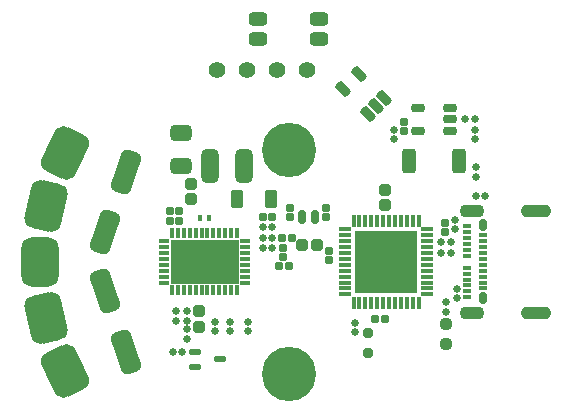
<source format=gts>
G04*
G04 #@! TF.GenerationSoftware,Altium Limited,Altium Designer,21.5.1 (32)*
G04*
G04 Layer_Color=8388736*
%FSLAX25Y25*%
%MOIN*%
G70*
G04*
G04 #@! TF.SameCoordinates,91061D10-DFF7-4326-B378-EF9DD97FDABD*
G04*
G04*
G04 #@! TF.FilePolarity,Negative*
G04*
G01*
G75*
G04:AMPARAMS|DCode=21|XSize=31.5mil|YSize=31.5mil|CornerRadius=7.87mil|HoleSize=0mil|Usage=FLASHONLY|Rotation=90.000|XOffset=0mil|YOffset=0mil|HoleType=Round|Shape=RoundedRectangle|*
%AMROUNDEDRECTD21*
21,1,0.03150,0.01575,0,0,90.0*
21,1,0.01575,0.03150,0,0,90.0*
1,1,0.01575,0.00787,0.00787*
1,1,0.01575,0.00787,-0.00787*
1,1,0.01575,-0.00787,-0.00787*
1,1,0.01575,-0.00787,0.00787*
%
%ADD21ROUNDEDRECTD21*%
G04:AMPARAMS|DCode=32|XSize=15.75mil|YSize=19.68mil|CornerRadius=3.94mil|HoleSize=0mil|Usage=FLASHONLY|Rotation=180.000|XOffset=0mil|YOffset=0mil|HoleType=Round|Shape=RoundedRectangle|*
%AMROUNDEDRECTD32*
21,1,0.01575,0.01181,0,0,180.0*
21,1,0.00787,0.01968,0,0,180.0*
1,1,0.00787,-0.00394,0.00591*
1,1,0.00787,0.00394,0.00591*
1,1,0.00787,0.00394,-0.00591*
1,1,0.00787,-0.00394,-0.00591*
%
%ADD32ROUNDEDRECTD32*%
G04:AMPARAMS|DCode=33|XSize=53.33mil|YSize=71.11mil|CornerRadius=13.33mil|HoleSize=0mil|Usage=FLASHONLY|Rotation=270.000|XOffset=0mil|YOffset=0mil|HoleType=Round|Shape=RoundedRectangle|*
%AMROUNDEDRECTD33*
21,1,0.05333,0.04444,0,0,270.0*
21,1,0.02667,0.07111,0,0,270.0*
1,1,0.02667,-0.02222,-0.01333*
1,1,0.02667,-0.02222,0.01333*
1,1,0.02667,0.02222,0.01333*
1,1,0.02667,0.02222,-0.01333*
%
%ADD33ROUNDEDRECTD33*%
G04:AMPARAMS|DCode=34|XSize=41.34mil|YSize=62.99mil|CornerRadius=10.34mil|HoleSize=0mil|Usage=FLASHONLY|Rotation=0.000|XOffset=0mil|YOffset=0mil|HoleType=Round|Shape=RoundedRectangle|*
%AMROUNDEDRECTD34*
21,1,0.04134,0.04232,0,0,0.0*
21,1,0.02067,0.06299,0,0,0.0*
1,1,0.02067,0.01034,-0.02116*
1,1,0.02067,-0.01034,-0.02116*
1,1,0.02067,-0.01034,0.02116*
1,1,0.02067,0.01034,0.02116*
%
%ADD34ROUNDEDRECTD34*%
G04:AMPARAMS|DCode=47|XSize=41.43mil|YSize=39.47mil|CornerRadius=11.37mil|HoleSize=0mil|Usage=FLASHONLY|Rotation=180.000|XOffset=0mil|YOffset=0mil|HoleType=Round|Shape=RoundedRectangle|*
%AMROUNDEDRECTD47*
21,1,0.04143,0.01673,0,0,180.0*
21,1,0.01870,0.03947,0,0,180.0*
1,1,0.02273,-0.00935,0.00837*
1,1,0.02273,0.00935,0.00837*
1,1,0.02273,0.00935,-0.00837*
1,1,0.02273,-0.00935,-0.00837*
%
%ADD47ROUNDEDRECTD47*%
G04:AMPARAMS|DCode=48|XSize=27.26mil|YSize=28.84mil|CornerRadius=8.32mil|HoleSize=0mil|Usage=FLASHONLY|Rotation=0.000|XOffset=0mil|YOffset=0mil|HoleType=Round|Shape=RoundedRectangle|*
%AMROUNDEDRECTD48*
21,1,0.02726,0.01221,0,0,0.0*
21,1,0.01063,0.02884,0,0,0.0*
1,1,0.01663,0.00532,-0.00610*
1,1,0.01663,-0.00532,-0.00610*
1,1,0.01663,-0.00532,0.00610*
1,1,0.01663,0.00532,0.00610*
%
%ADD48ROUNDEDRECTD48*%
G04:AMPARAMS|DCode=49|XSize=27.26mil|YSize=28.84mil|CornerRadius=8.32mil|HoleSize=0mil|Usage=FLASHONLY|Rotation=270.000|XOffset=0mil|YOffset=0mil|HoleType=Round|Shape=RoundedRectangle|*
%AMROUNDEDRECTD49*
21,1,0.02726,0.01221,0,0,270.0*
21,1,0.01063,0.02884,0,0,270.0*
1,1,0.01663,-0.00610,-0.00532*
1,1,0.01663,-0.00610,0.00532*
1,1,0.01663,0.00610,0.00532*
1,1,0.01663,0.00610,-0.00532*
%
%ADD49ROUNDEDRECTD49*%
G04:AMPARAMS|DCode=50|XSize=41.43mil|YSize=39.47mil|CornerRadius=11.37mil|HoleSize=0mil|Usage=FLASHONLY|Rotation=90.000|XOffset=0mil|YOffset=0mil|HoleType=Round|Shape=RoundedRectangle|*
%AMROUNDEDRECTD50*
21,1,0.04143,0.01673,0,0,90.0*
21,1,0.01870,0.03947,0,0,90.0*
1,1,0.02273,0.00837,0.00935*
1,1,0.02273,0.00837,-0.00935*
1,1,0.02273,-0.00837,-0.00935*
1,1,0.02273,-0.00837,0.00935*
%
%ADD50ROUNDEDRECTD50*%
G04:AMPARAMS|DCode=51|XSize=37.5mil|YSize=37.5mil|CornerRadius=10.87mil|HoleSize=0mil|Usage=FLASHONLY|Rotation=90.000|XOffset=0mil|YOffset=0mil|HoleType=Round|Shape=RoundedRectangle|*
%AMROUNDEDRECTD51*
21,1,0.03750,0.01575,0,0,90.0*
21,1,0.01575,0.03750,0,0,90.0*
1,1,0.02175,0.00787,0.00787*
1,1,0.02175,0.00787,-0.00787*
1,1,0.02175,-0.00787,-0.00787*
1,1,0.02175,-0.00787,0.00787*
%
%ADD51ROUNDEDRECTD51*%
G04:AMPARAMS|DCode=52|XSize=23.72mil|YSize=23.72mil|CornerRadius=7.43mil|HoleSize=0mil|Usage=FLASHONLY|Rotation=0.000|XOffset=0mil|YOffset=0mil|HoleType=Round|Shape=RoundedRectangle|*
%AMROUNDEDRECTD52*
21,1,0.02372,0.00886,0,0,0.0*
21,1,0.00886,0.02372,0,0,0.0*
1,1,0.01486,0.00443,-0.00443*
1,1,0.01486,-0.00443,-0.00443*
1,1,0.01486,-0.00443,0.00443*
1,1,0.01486,0.00443,0.00443*
%
%ADD52ROUNDEDRECTD52*%
G04:AMPARAMS|DCode=53|XSize=45.37mil|YSize=63.09mil|CornerRadius=12.84mil|HoleSize=0mil|Usage=FLASHONLY|Rotation=90.000|XOffset=0mil|YOffset=0mil|HoleType=Round|Shape=RoundedRectangle|*
%AMROUNDEDRECTD53*
21,1,0.04537,0.03740,0,0,90.0*
21,1,0.01968,0.06309,0,0,90.0*
1,1,0.02568,0.01870,0.00984*
1,1,0.02568,0.01870,-0.00984*
1,1,0.02568,-0.01870,-0.00984*
1,1,0.02568,-0.01870,0.00984*
%
%ADD53ROUNDEDRECTD53*%
%ADD54O,0.04300X0.01542*%
%ADD55O,0.01542X0.04300*%
%ADD56R,0.20600X0.20600*%
G04:AMPARAMS|DCode=57|XSize=25.68mil|YSize=45.37mil|CornerRadius=7.92mil|HoleSize=0mil|Usage=FLASHONLY|Rotation=0.000|XOffset=0mil|YOffset=0mil|HoleType=Round|Shape=RoundedRectangle|*
%AMROUNDEDRECTD57*
21,1,0.02568,0.02953,0,0,0.0*
21,1,0.00984,0.04537,0,0,0.0*
1,1,0.01584,0.00492,-0.01476*
1,1,0.01584,-0.00492,-0.01476*
1,1,0.01584,-0.00492,0.01476*
1,1,0.01584,0.00492,0.01476*
%
%ADD57ROUNDEDRECTD57*%
G04:AMPARAMS|DCode=58|XSize=11.81mil|YSize=27.56mil|CornerRadius=2.95mil|HoleSize=0mil|Usage=FLASHONLY|Rotation=90.000|XOffset=0mil|YOffset=0mil|HoleType=Round|Shape=RoundedRectangle|*
%AMROUNDEDRECTD58*
21,1,0.01181,0.02165,0,0,90.0*
21,1,0.00591,0.02756,0,0,90.0*
1,1,0.00591,0.01083,0.00295*
1,1,0.00591,0.01083,-0.00295*
1,1,0.00591,-0.01083,-0.00295*
1,1,0.00591,-0.01083,0.00295*
%
%ADD58ROUNDEDRECTD58*%
G04:AMPARAMS|DCode=59|XSize=39.37mil|YSize=27.56mil|CornerRadius=6.89mil|HoleSize=0mil|Usage=FLASHONLY|Rotation=90.000|XOffset=0mil|YOffset=0mil|HoleType=Round|Shape=RoundedRectangle|*
%AMROUNDEDRECTD59*
21,1,0.03937,0.01378,0,0,90.0*
21,1,0.02559,0.02756,0,0,90.0*
1,1,0.01378,0.00689,0.01280*
1,1,0.01378,0.00689,-0.01280*
1,1,0.01378,-0.00689,-0.01280*
1,1,0.01378,-0.00689,0.01280*
%
%ADD59ROUNDEDRECTD59*%
G04:AMPARAMS|DCode=60|XSize=23.72mil|YSize=23.72mil|CornerRadius=7.43mil|HoleSize=0mil|Usage=FLASHONLY|Rotation=90.000|XOffset=0mil|YOffset=0mil|HoleType=Round|Shape=RoundedRectangle|*
%AMROUNDEDRECTD60*
21,1,0.02372,0.00886,0,0,90.0*
21,1,0.00886,0.02372,0,0,90.0*
1,1,0.01486,0.00443,0.00443*
1,1,0.01486,0.00443,-0.00443*
1,1,0.01486,-0.00443,-0.00443*
1,1,0.01486,-0.00443,0.00443*
%
%ADD60ROUNDEDRECTD60*%
%ADD61O,0.01535X0.03504*%
%ADD62O,0.03504X0.01535*%
%ADD63R,0.22992X0.15118*%
G04:AMPARAMS|DCode=64|XSize=21.75mil|YSize=39.47mil|CornerRadius=6.94mil|HoleSize=0mil|Usage=FLASHONLY|Rotation=90.000|XOffset=0mil|YOffset=0mil|HoleType=Round|Shape=RoundedRectangle|*
%AMROUNDEDRECTD64*
21,1,0.02175,0.02559,0,0,90.0*
21,1,0.00787,0.03947,0,0,90.0*
1,1,0.01387,0.01280,0.00394*
1,1,0.01387,0.01280,-0.00394*
1,1,0.01387,-0.01280,-0.00394*
1,1,0.01387,-0.01280,0.00394*
%
%ADD64ROUNDEDRECTD64*%
G04:AMPARAMS|DCode=65|XSize=113.09mil|YSize=56.79mil|CornerRadius=15.7mil|HoleSize=0mil|Usage=FLASHONLY|Rotation=270.000|XOffset=0mil|YOffset=0mil|HoleType=Round|Shape=RoundedRectangle|*
%AMROUNDEDRECTD65*
21,1,0.11309,0.02539,0,0,270.0*
21,1,0.08169,0.05679,0,0,270.0*
1,1,0.03139,-0.01270,-0.04085*
1,1,0.03139,-0.01270,0.04085*
1,1,0.03139,0.01270,0.04085*
1,1,0.03139,0.01270,-0.04085*
%
%ADD65ROUNDEDRECTD65*%
G04:AMPARAMS|DCode=66|XSize=82.77mil|YSize=49.31mil|CornerRadius=13.83mil|HoleSize=0mil|Usage=FLASHONLY|Rotation=90.000|XOffset=0mil|YOffset=0mil|HoleType=Round|Shape=RoundedRectangle|*
%AMROUNDEDRECTD66*
21,1,0.08277,0.02165,0,0,90.0*
21,1,0.05512,0.04931,0,0,90.0*
1,1,0.02765,0.01083,0.02756*
1,1,0.02765,0.01083,-0.02756*
1,1,0.02765,-0.01083,-0.02756*
1,1,0.02765,-0.01083,0.02756*
%
%ADD66ROUNDEDRECTD66*%
G04:AMPARAMS|DCode=67|XSize=27.65mil|YSize=43.4mil|CornerRadius=8.41mil|HoleSize=0mil|Usage=FLASHONLY|Rotation=270.000|XOffset=0mil|YOffset=0mil|HoleType=Round|Shape=RoundedRectangle|*
%AMROUNDEDRECTD67*
21,1,0.02765,0.02657,0,0,270.0*
21,1,0.01083,0.04340,0,0,270.0*
1,1,0.01683,-0.01329,-0.00541*
1,1,0.01683,-0.01329,0.00541*
1,1,0.01683,0.01329,0.00541*
1,1,0.01683,0.01329,-0.00541*
%
%ADD67ROUNDEDRECTD67*%
G04:AMPARAMS|DCode=68|XSize=31.59mil|YSize=53.24mil|CornerRadius=9.4mil|HoleSize=0mil|Usage=FLASHONLY|Rotation=225.000|XOffset=0mil|YOffset=0mil|HoleType=Round|Shape=RoundedRectangle|*
%AMROUNDEDRECTD68*
21,1,0.03159,0.03445,0,0,225.0*
21,1,0.01280,0.05324,0,0,225.0*
1,1,0.01880,-0.01670,0.00766*
1,1,0.01880,-0.00766,0.01670*
1,1,0.01880,0.01670,-0.00766*
1,1,0.01880,0.00766,-0.01670*
%
%ADD68ROUNDEDRECTD68*%
G04:AMPARAMS|DCode=69|XSize=163.48mil|YSize=124.11mil|CornerRadius=32.53mil|HoleSize=0mil|Usage=FLASHONLY|Rotation=244.000|XOffset=0mil|YOffset=0mil|HoleType=Round|Shape=RoundedRectangle|*
%AMROUNDEDRECTD69*
21,1,0.16348,0.05906,0,0,244.0*
21,1,0.09843,0.12411,0,0,244.0*
1,1,0.06506,-0.04811,-0.03129*
1,1,0.06506,-0.00497,0.05718*
1,1,0.06506,0.04811,0.03129*
1,1,0.06506,0.00497,-0.05718*
%
%ADD69ROUNDEDRECTD69*%
G04:AMPARAMS|DCode=70|XSize=163.48mil|YSize=124.11mil|CornerRadius=32.53mil|HoleSize=0mil|Usage=FLASHONLY|Rotation=257.000|XOffset=0mil|YOffset=0mil|HoleType=Round|Shape=RoundedRectangle|*
%AMROUNDEDRECTD70*
21,1,0.16348,0.05906,0,0,257.0*
21,1,0.09843,0.12411,0,0,257.0*
1,1,0.06506,-0.03984,-0.04131*
1,1,0.06506,-0.01770,0.05459*
1,1,0.06506,0.03984,0.04131*
1,1,0.06506,0.01770,-0.05459*
%
%ADD70ROUNDEDRECTD70*%
G04:AMPARAMS|DCode=71|XSize=163.48mil|YSize=124.11mil|CornerRadius=32.53mil|HoleSize=0mil|Usage=FLASHONLY|Rotation=270.000|XOffset=0mil|YOffset=0mil|HoleType=Round|Shape=RoundedRectangle|*
%AMROUNDEDRECTD71*
21,1,0.16348,0.05906,0,0,270.0*
21,1,0.09843,0.12411,0,0,270.0*
1,1,0.06506,-0.02953,-0.04921*
1,1,0.06506,-0.02953,0.04921*
1,1,0.06506,0.02953,0.04921*
1,1,0.06506,0.02953,-0.04921*
%
%ADD71ROUNDEDRECTD71*%
G04:AMPARAMS|DCode=72|XSize=163.48mil|YSize=124.11mil|CornerRadius=32.53mil|HoleSize=0mil|Usage=FLASHONLY|Rotation=283.000|XOffset=0mil|YOffset=0mil|HoleType=Round|Shape=RoundedRectangle|*
%AMROUNDEDRECTD72*
21,1,0.16348,0.05906,0,0,283.0*
21,1,0.09843,0.12411,0,0,283.0*
1,1,0.06506,-0.01770,-0.05459*
1,1,0.06506,-0.03984,0.04131*
1,1,0.06506,0.01770,0.05459*
1,1,0.06506,0.03984,-0.04131*
%
%ADD72ROUNDEDRECTD72*%
G04:AMPARAMS|DCode=73|XSize=163.48mil|YSize=124.11mil|CornerRadius=32.53mil|HoleSize=0mil|Usage=FLASHONLY|Rotation=296.000|XOffset=0mil|YOffset=0mil|HoleType=Round|Shape=RoundedRectangle|*
%AMROUNDEDRECTD73*
21,1,0.16348,0.05906,0,0,296.0*
21,1,0.09843,0.12411,0,0,296.0*
1,1,0.06506,-0.00497,-0.05718*
1,1,0.06506,-0.04811,0.03129*
1,1,0.06506,0.00497,0.05718*
1,1,0.06506,0.04811,-0.03129*
%
%ADD73ROUNDEDRECTD73*%
G04:AMPARAMS|DCode=74|XSize=68.99mil|YSize=145.76mil|CornerRadius=18.75mil|HoleSize=0mil|Usage=FLASHONLY|Rotation=341.000|XOffset=0mil|YOffset=0mil|HoleType=Round|Shape=RoundedRectangle|*
%AMROUNDEDRECTD74*
21,1,0.06899,0.10827,0,0,341.0*
21,1,0.03150,0.14576,0,0,341.0*
1,1,0.03750,-0.00273,-0.05631*
1,1,0.03750,-0.03251,-0.04606*
1,1,0.03750,0.00273,0.05631*
1,1,0.03750,0.03251,0.04606*
%
%ADD74ROUNDEDRECTD74*%
G04:AMPARAMS|DCode=75|XSize=68.99mil|YSize=145.76mil|CornerRadius=18.75mil|HoleSize=0mil|Usage=FLASHONLY|Rotation=19.000|XOffset=0mil|YOffset=0mil|HoleType=Round|Shape=RoundedRectangle|*
%AMROUNDEDRECTD75*
21,1,0.06899,0.10827,0,0,19.0*
21,1,0.03150,0.14576,0,0,19.0*
1,1,0.03750,0.03251,-0.04606*
1,1,0.03750,0.00273,-0.05631*
1,1,0.03750,-0.03251,0.04606*
1,1,0.03750,-0.00273,0.05631*
%
%ADD75ROUNDEDRECTD75*%
G04:AMPARAMS|DCode=76|XSize=43.31mil|YSize=82.68mil|CornerRadius=21.65mil|HoleSize=0mil|Usage=FLASHONLY|Rotation=90.000|XOffset=0mil|YOffset=0mil|HoleType=Round|Shape=RoundedRectangle|*
%AMROUNDEDRECTD76*
21,1,0.04331,0.03937,0,0,90.0*
21,1,0.00000,0.08268,0,0,90.0*
1,1,0.04331,0.01968,0.00000*
1,1,0.04331,0.01968,0.00000*
1,1,0.04331,-0.01968,0.00000*
1,1,0.04331,-0.01968,0.00000*
%
%ADD76ROUNDEDRECTD76*%
G04:AMPARAMS|DCode=77|XSize=43.31mil|YSize=102.36mil|CornerRadius=21.65mil|HoleSize=0mil|Usage=FLASHONLY|Rotation=90.000|XOffset=0mil|YOffset=0mil|HoleType=Round|Shape=RoundedRectangle|*
%AMROUNDEDRECTD77*
21,1,0.04331,0.05906,0,0,90.0*
21,1,0.00000,0.10236,0,0,90.0*
1,1,0.04331,0.02953,0.00000*
1,1,0.04331,0.02953,0.00000*
1,1,0.04331,-0.02953,0.00000*
1,1,0.04331,-0.02953,0.00000*
%
%ADD77ROUNDEDRECTD77*%
%ADD78C,0.05521*%
%ADD79C,0.18100*%
%ADD80C,0.01800*%
D21*
X26500Y-30248D02*
D03*
Y-23752D02*
D03*
D32*
X-26425Y14500D02*
D03*
X-29575D02*
D03*
D33*
X-36000Y42917D02*
D03*
Y32083D02*
D03*
D34*
X-5693Y21000D02*
D03*
X-17307D02*
D03*
D47*
X32000Y24059D02*
D03*
Y18941D02*
D03*
X-32500Y26059D02*
D03*
Y20941D02*
D03*
X-30000Y-16441D02*
D03*
Y-21559D02*
D03*
D48*
X13500Y465D02*
D03*
Y3535D02*
D03*
X52000Y13035D02*
D03*
Y9965D02*
D03*
X12500Y14965D02*
D03*
Y18035D02*
D03*
X500Y14965D02*
D03*
Y18035D02*
D03*
X-2000Y4535D02*
D03*
Y1465D02*
D03*
X38500Y43465D02*
D03*
Y46535D02*
D03*
D49*
X28965Y-19000D02*
D03*
X32035D02*
D03*
X-2035Y8000D02*
D03*
X1035D02*
D03*
X-5465Y15000D02*
D03*
X-8535D02*
D03*
X-36465Y13500D02*
D03*
X-39535D02*
D03*
X-36465Y17000D02*
D03*
X-39535D02*
D03*
X-3035Y-1500D02*
D03*
X35D02*
D03*
D50*
X9559Y5500D02*
D03*
X4441D02*
D03*
D51*
X52500Y-27248D02*
D03*
Y-20752D02*
D03*
D52*
Y-13425D02*
D03*
Y-16575D02*
D03*
X-37500Y-19575D02*
D03*
Y-16425D02*
D03*
X-13500Y-23075D02*
D03*
Y-19925D02*
D03*
X55500Y14075D02*
D03*
Y10925D02*
D03*
X56000Y-8925D02*
D03*
Y-12075D02*
D03*
X-24500Y-23075D02*
D03*
Y-19925D02*
D03*
X-19500Y-23075D02*
D03*
Y-19925D02*
D03*
X-34000Y-16425D02*
D03*
Y-19575D02*
D03*
Y-22425D02*
D03*
Y-25575D02*
D03*
X22000Y-23500D02*
D03*
Y-20350D02*
D03*
X62500Y28425D02*
D03*
Y31575D02*
D03*
X35000Y44075D02*
D03*
Y40925D02*
D03*
X62000Y44075D02*
D03*
Y40925D02*
D03*
D53*
X10138Y80847D02*
D03*
Y74154D02*
D03*
X-10138Y80847D02*
D03*
Y74154D02*
D03*
D54*
X18856Y6890D02*
D03*
Y2953D02*
D03*
Y984D02*
D03*
Y-984D02*
D03*
Y-2953D02*
D03*
Y-4921D02*
D03*
Y-6890D02*
D03*
Y-8858D02*
D03*
Y-10827D02*
D03*
X46144D02*
D03*
Y-8858D02*
D03*
Y-6890D02*
D03*
Y-4921D02*
D03*
Y-2953D02*
D03*
Y-984D02*
D03*
Y984D02*
D03*
Y2953D02*
D03*
Y4921D02*
D03*
Y6890D02*
D03*
Y8858D02*
D03*
Y10827D02*
D03*
X18856Y8858D02*
D03*
Y4921D02*
D03*
Y10827D02*
D03*
D55*
X21673Y-13644D02*
D03*
X23642D02*
D03*
X25610D02*
D03*
X27579D02*
D03*
X29547D02*
D03*
X31516D02*
D03*
X33484D02*
D03*
X35453D02*
D03*
X37421D02*
D03*
X39390D02*
D03*
X41358D02*
D03*
X43327D02*
D03*
Y13644D02*
D03*
X41358D02*
D03*
X39390D02*
D03*
X37421D02*
D03*
X35453D02*
D03*
X33484D02*
D03*
X31516D02*
D03*
X29547D02*
D03*
X27579D02*
D03*
X25610D02*
D03*
X23642D02*
D03*
X21673D02*
D03*
D56*
X32500Y0D02*
D03*
D57*
X4335Y15000D02*
D03*
X8665D02*
D03*
D58*
X59658Y-11811D02*
D03*
Y-9843D02*
D03*
Y-7874D02*
D03*
Y-5906D02*
D03*
Y-3937D02*
D03*
Y-1969D02*
D03*
Y1969D02*
D03*
Y3937D02*
D03*
Y5906D02*
D03*
Y7874D02*
D03*
Y9843D02*
D03*
Y11811D02*
D03*
X64776Y8858D02*
D03*
Y6890D02*
D03*
Y4921D02*
D03*
Y2953D02*
D03*
Y984D02*
D03*
Y-984D02*
D03*
Y-2953D02*
D03*
Y-4921D02*
D03*
Y-6890D02*
D03*
Y-8858D02*
D03*
D59*
Y-12205D02*
D03*
Y12205D02*
D03*
D60*
X50925Y3000D02*
D03*
X54075D02*
D03*
X50925Y6500D02*
D03*
X54075D02*
D03*
X-8575Y11500D02*
D03*
X-5425D02*
D03*
X-8575Y8000D02*
D03*
X-5425D02*
D03*
X-8575Y4500D02*
D03*
X-5425D02*
D03*
X-35425Y-30000D02*
D03*
X-38575D02*
D03*
X65575Y22000D02*
D03*
X62425D02*
D03*
X62075Y47500D02*
D03*
X58925D02*
D03*
D61*
X-17173Y9449D02*
D03*
X-19142D02*
D03*
X-21110D02*
D03*
X-23079D02*
D03*
X-25047D02*
D03*
X-27016D02*
D03*
X-28984D02*
D03*
X-30953D02*
D03*
X-32921D02*
D03*
X-34890D02*
D03*
X-36858D02*
D03*
X-38827D02*
D03*
Y-9449D02*
D03*
X-36858D02*
D03*
X-34890D02*
D03*
X-32921D02*
D03*
X-30953D02*
D03*
X-28984D02*
D03*
X-27016D02*
D03*
X-25047D02*
D03*
X-23079D02*
D03*
X-21110D02*
D03*
X-19142D02*
D03*
X-17173D02*
D03*
D62*
X-41386Y6890D02*
D03*
Y4921D02*
D03*
Y2953D02*
D03*
Y984D02*
D03*
Y-984D02*
D03*
Y-2953D02*
D03*
Y-4921D02*
D03*
Y-6890D02*
D03*
X-14614D02*
D03*
Y-4921D02*
D03*
Y-2953D02*
D03*
Y-984D02*
D03*
Y984D02*
D03*
Y2953D02*
D03*
Y4921D02*
D03*
Y6890D02*
D03*
D63*
X-28000Y0D02*
D03*
D64*
X-31134Y-29941D02*
D03*
Y-35059D02*
D03*
X-22866Y-32500D02*
D03*
D65*
X-26032Y32000D02*
D03*
X-14968D02*
D03*
D66*
X40035Y33500D02*
D03*
X56965D02*
D03*
D67*
X53815Y43760D02*
D03*
Y47500D02*
D03*
Y51240D02*
D03*
X43185D02*
D03*
Y43760D02*
D03*
D68*
X26461Y49249D02*
D03*
X29106Y51894D02*
D03*
X31751Y54539D02*
D03*
X23539Y62751D02*
D03*
X18249Y57462D02*
D03*
D69*
X-74600Y36385D02*
D03*
D70*
X-80873Y18671D02*
D03*
D71*
X-83000Y0D02*
D03*
D72*
X-80873Y-18671D02*
D03*
D73*
X-74600Y-36385D02*
D03*
D74*
X-54216Y29910D02*
D03*
X-61137Y9809D02*
D03*
D75*
Y-9809D02*
D03*
X-54216Y-29910D02*
D03*
D76*
X61272Y-17008D02*
D03*
Y17008D02*
D03*
D77*
X82374Y-17008D02*
D03*
Y17008D02*
D03*
D78*
X-24000Y64000D02*
D03*
X-14000D02*
D03*
X-4000D02*
D03*
X6000D02*
D03*
D79*
X0Y-37402D02*
D03*
Y37402D02*
D03*
D80*
X-76326Y32846D02*
D03*
X-72874Y39923D02*
D03*
X-74600Y36385D02*
D03*
X-79864Y34572D02*
D03*
X-76413Y41649D02*
D03*
X-78139Y38111D02*
D03*
X-72787Y31120D02*
D03*
X-69336Y38197D02*
D03*
X-71061Y34659D02*
D03*
X-81758Y14835D02*
D03*
X-79987Y22507D02*
D03*
X-80873Y18671D02*
D03*
X-85594Y15721D02*
D03*
X-83823Y23393D02*
D03*
X-84709Y19557D02*
D03*
X-77922Y13949D02*
D03*
X-76151Y21621D02*
D03*
X-77037Y17785D02*
D03*
X-83000Y-3937D02*
D03*
Y3937D02*
D03*
Y0D02*
D03*
X-86937Y-3937D02*
D03*
Y3937D02*
D03*
Y0D02*
D03*
X-79063Y-3937D02*
D03*
Y3937D02*
D03*
Y0D02*
D03*
X-79987Y-22507D02*
D03*
X-81758Y-14835D02*
D03*
X-80873Y-18671D02*
D03*
X-83823Y-23393D02*
D03*
X-85594Y-15721D02*
D03*
X-84709Y-19557D02*
D03*
X-76151Y-21621D02*
D03*
X-77922Y-13949D02*
D03*
X-77037Y-17785D02*
D03*
X-72874Y-39923D02*
D03*
X-76326Y-32846D02*
D03*
X-74600Y-36385D02*
D03*
X-76413Y-41649D02*
D03*
X-79864Y-34572D02*
D03*
X-78139Y-38111D02*
D03*
X-69336Y-38197D02*
D03*
X-72787Y-31120D02*
D03*
X-71061Y-34659D02*
D03*
M02*

</source>
